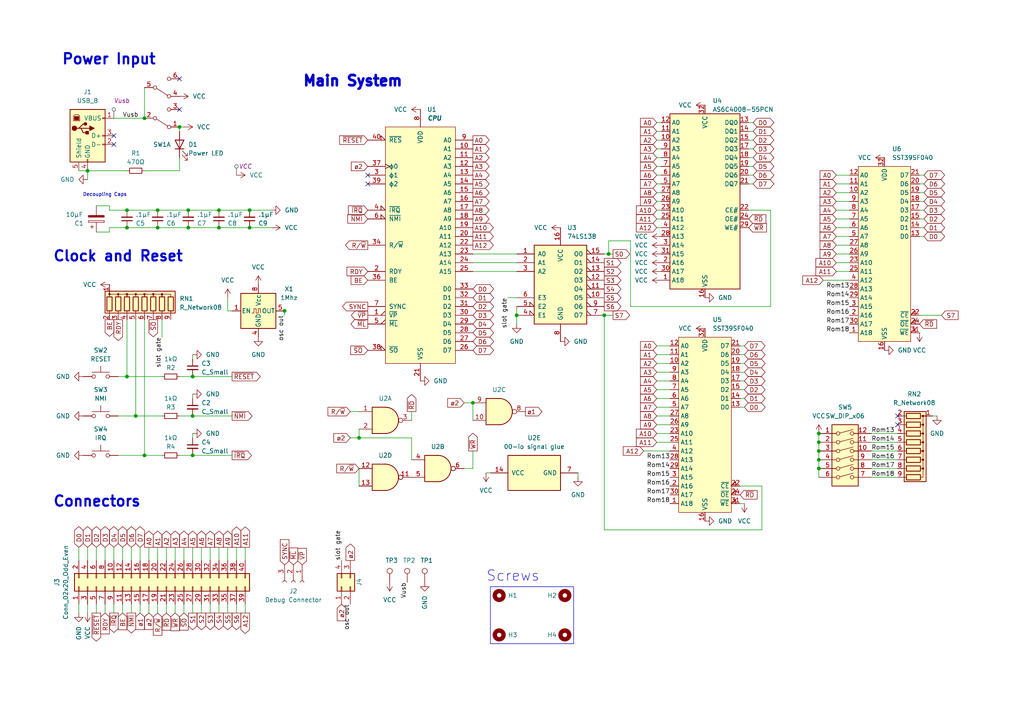
<source format=kicad_sch>
(kicad_sch (version 20230121) (generator eeschema)
  (paper "A4")
  (title_block (title "MinFox") (rev "1a"))
  (junction (at 176.53 73.66))
  (junction (at 45.72 60.96))
  (junction (at 63.5 60.96))
  (junction (at 82.55 90.17))
  (junction (at 104.14 127))
  (junction (at 72.39 66.04))
  (junction (at 237.49 135.89))
  (junction (at 54.61 60.96))
  (junction (at 237.49 128.27))
  (junction (at 237.49 133.35))
  (junction (at 52.07 36.83))
  (junction (at 25.4 49.53))
  (junction (at 41.91 132.08))
  (junction (at 55.88 120.65))
  (junction (at 55.88 132.08))
  (junction (at 63.5 66.04))
  (junction (at 36.83 60.96))
  (junction (at 54.61 66.04))
  (junction (at 36.83 66.04))
  (junction (at 72.39 60.96))
  (junction (at 55.88 109.22))
  (junction (at 36.83 109.22))
  (junction (at 175.26 91.44))
  (junction (at 237.49 125.73))
  (junction (at 149.86 91.44))
  (junction (at 41.91 34.29))
  (junction (at 237.49 130.81))
  (junction (at 39.37 120.65))
  (junction (at 137.16 116.84))
  (junction (at 45.72 66.04))
  (no_connect (at 33.02 39.37))
  (no_connect (at 33.02 41.91))
  (no_connect (at 52.07 22.86))
  (no_connect (at 106.68 53.34))
  (no_connect (at 52.07 31.75))
  (no_connect (at 260.35 120.65))
  (no_connect (at 106.68 50.8))
  (no_connect (at 260.35 123.19))
  (wire (pts (xy 215.9 105.41) (xy 214.63 105.41)))
  (wire (pts (xy 43.18 158.75) (xy 43.18 162.56)))
  (wire (pts (xy 63.5 177.8) (xy 63.5 175.26)))
  (wire (pts (xy 190.5 113.03) (xy 194.31 113.03)))
  (wire (pts (xy 22.86 177.8) (xy 22.86 175.26)))
  (wire (pts (xy 215.9 115.57) (xy 214.63 115.57)))
  (wire (pts (xy 237.49 133.35) (xy 237.49 135.89)))
  (wire (pts (xy 190.5 63.5) (xy 191.77 63.5)))
  (wire (pts (xy 252.73 135.89) (xy 260.35 135.89)))
  (wire (pts (xy 27.94 177.8) (xy 27.94 175.26)))
  (wire (pts (xy 31.75 59.69) (xy 31.75 60.96)))
  (wire (pts (xy 237.49 130.81) (xy 237.49 133.35)))
  (wire (pts (xy 41.91 49.53) (xy 52.07 49.53)))
  (wire (pts (xy 190.5 123.19) (xy 194.31 123.19)))
  (wire (pts (xy 35.56 177.8) (xy 35.56 175.26)))
  (wire (pts (xy 190.5 107.95) (xy 194.31 107.95)))
  (wire (pts (xy 215.9 107.95) (xy 214.63 107.95)))
  (wire (pts (xy 218.44 35.56) (xy 217.17 35.56)))
  (wire (pts (xy 242.57 50.8) (xy 246.38 50.8)))
  (wire (pts (xy 223.52 60.96) (xy 223.52 88.9)))
  (wire (pts (xy 60.96 158.75) (xy 60.96 162.56)))
  (wire (pts (xy 55.88 102.87) (xy 55.88 104.14)))
  (wire (pts (xy 147.32 86.36) (xy 149.86 86.36)))
  (wire (pts (xy 167.64 138.43) (xy 167.64 137.16)))
  (wire (pts (xy 63.5 60.96) (xy 72.39 60.96)))
  (wire (pts (xy 137.16 78.74) (xy 149.86 78.74)))
  (wire (pts (xy 190.5 43.18) (xy 191.77 43.18)))
  (wire (pts (xy 175.26 91.44) (xy 175.26 153.67)))
  (wire (pts (xy 52.07 45.72) (xy 52.07 49.53)))
  (wire (pts (xy 137.16 116.84) (xy 137.16 121.92)))
  (wire (pts (xy 252.73 128.27) (xy 260.35 128.27)))
  (wire (pts (xy 38.1 158.75) (xy 38.1 162.56)))
  (wire (pts (xy 52.07 109.22) (xy 55.88 109.22)))
  (wire (pts (xy 48.26 177.8) (xy 48.26 175.26)))
  (wire (pts (xy 38.1 177.8) (xy 38.1 175.26)))
  (wire (pts (xy 27.94 67.31) (xy 31.75 67.31)))
  (wire (pts (xy 242.57 55.88) (xy 246.38 55.88)))
  (wire (pts (xy 190.5 60.96) (xy 191.77 60.96)))
  (wire (pts (xy 190.5 100.33) (xy 194.31 100.33)))
  (wire (pts (xy 215.9 100.33) (xy 214.63 100.33)))
  (wire (pts (xy 35.56 158.75) (xy 35.56 162.56)))
  (wire (pts (xy 53.34 158.75) (xy 53.34 162.56)))
  (wire (pts (xy 39.37 120.65) (xy 46.99 120.65)))
  (wire (pts (xy 267.97 60.96) (xy 266.7 60.96)))
  (wire (pts (xy 55.88 125.73) (xy 55.88 127)))
  (wire (pts (xy 31.75 67.31) (xy 31.75 66.04)))
  (wire (pts (xy 34.29 120.65) (xy 39.37 120.65)))
  (wire (pts (xy 22.86 49.53) (xy 25.4 49.53)))
  (wire (pts (xy 220.98 140.97) (xy 220.98 153.67)))
  (wire (pts (xy 78.74 60.96) (xy 72.39 60.96)))
  (wire (pts (xy 190.5 55.88) (xy 191.77 55.88)))
  (wire (pts (xy 190.5 53.34) (xy 191.77 53.34)))
  (wire (pts (xy 242.57 63.5) (xy 246.38 63.5)))
  (wire (pts (xy 190.5 128.27) (xy 194.31 128.27)))
  (wire (pts (xy 33.02 177.8) (xy 33.02 175.26)))
  (wire (pts (xy 119.38 119.38) (xy 119.38 121.92)))
  (wire (pts (xy 215.9 146.05) (xy 214.63 146.05)))
  (wire (pts (xy 66.04 86.36) (xy 66.04 90.17)))
  (wire (pts (xy 45.72 60.96) (xy 54.61 60.96)))
  (wire (pts (xy 31.75 59.69) (xy 27.94 59.69)))
  (wire (pts (xy 30.48 158.75) (xy 30.48 162.56)))
  (wire (pts (xy 267.97 55.88) (xy 266.7 55.88)))
  (wire (pts (xy 238.76 81.28) (xy 246.38 81.28)))
  (wire (pts (xy 266.7 91.44) (xy 273.05 91.44)))
  (wire (pts (xy 31.75 66.04) (xy 36.83 66.04)))
  (wire (pts (xy 55.88 158.75) (xy 55.88 162.56)))
  (wire (pts (xy 104.14 135.89) (xy 104.14 140.97)))
  (wire (pts (xy 45.72 66.04) (xy 54.61 66.04)))
  (wire (pts (xy 52.07 36.83) (xy 53.34 36.83)))
  (wire (pts (xy 58.42 158.75) (xy 58.42 162.56)))
  (wire (pts (xy 137.16 76.2) (xy 149.86 76.2)))
  (wire (pts (xy 218.44 45.72) (xy 217.17 45.72)))
  (wire (pts (xy 237.49 135.89) (xy 237.49 138.43)))
  (wire (pts (xy 190.5 45.72) (xy 191.77 45.72)))
  (wire (pts (xy 223.52 88.9) (xy 182.88 88.9)))
  (wire (pts (xy 55.88 120.65) (xy 67.31 120.65)))
  (wire (pts (xy 48.26 158.75) (xy 48.26 162.56)))
  (wire (pts (xy 101.6 119.38) (xy 104.14 119.38)))
  (wire (pts (xy 45.72 158.75) (xy 45.72 162.56)))
  (wire (pts (xy 137.16 73.66) (xy 149.86 73.66)))
  (wire (pts (xy 242.57 66.04) (xy 246.38 66.04)))
  (wire (pts (xy 25.4 177.8) (xy 25.4 175.26)))
  (wire (pts (xy 267.97 66.04) (xy 266.7 66.04)))
  (wire (pts (xy 175.26 91.44) (xy 177.8 91.44)))
  (wire (pts (xy 242.57 53.34) (xy 246.38 53.34)))
  (wire (pts (xy 36.83 66.04) (xy 45.72 66.04)))
  (wire (pts (xy 218.44 38.1) (xy 217.17 38.1)))
  (wire (pts (xy 271.78 120.65) (xy 270.51 120.65)))
  (wire (pts (xy 267.97 53.34) (xy 266.7 53.34)))
  (wire (pts (xy 134.62 116.84) (xy 137.16 116.84)))
  (wire (pts (xy 119.38 127) (xy 119.38 133.35)))
  (wire (pts (xy 52.07 132.08) (xy 55.88 132.08)))
  (wire (pts (xy 66.04 158.75) (xy 66.04 162.56)))
  (wire (pts (xy 242.57 58.42) (xy 246.38 58.42)))
  (wire (pts (xy 71.12 158.75) (xy 71.12 162.56)))
  (wire (pts (xy 237.49 125.73) (xy 237.49 128.27)))
  (wire (pts (xy 55.88 109.22) (xy 67.31 109.22)))
  (wire (pts (xy 252.73 133.35) (xy 260.35 133.35)))
  (wire (pts (xy 41.91 25.4) (xy 41.91 34.29)))
  (wire (pts (xy 104.14 127) (xy 119.38 127)))
  (wire (pts (xy 190.5 66.04) (xy 191.77 66.04)))
  (wire (pts (xy 190.5 105.41) (xy 194.31 105.41)))
  (wire (pts (xy 33.02 158.75) (xy 33.02 162.56)))
  (wire (pts (xy 220.98 153.67) (xy 175.26 153.67)))
  (wire (pts (xy 218.44 40.64) (xy 217.17 40.64)))
  (wire (pts (xy 190.5 120.65) (xy 194.31 120.65)))
  (wire (pts (xy 215.9 113.03) (xy 214.63 113.03)))
  (wire (pts (xy 137.16 135.89) (xy 134.62 135.89)))
  (wire (pts (xy 27.94 158.75) (xy 27.94 162.56)))
  (wire (pts (xy 252.73 130.81) (xy 260.35 130.81)))
  (wire (pts (xy 252.73 125.73) (xy 260.35 125.73)))
  (wire (pts (xy 190.5 58.42) (xy 191.77 58.42)))
  (wire (pts (xy 33.02 34.29) (xy 41.91 34.29)))
  (wire (pts (xy 25.4 49.53) (xy 36.83 49.53)))
  (wire (pts (xy 25.4 158.75) (xy 25.4 162.56)))
  (wire (pts (xy 149.86 91.44) (xy 149.86 93.98)))
  (wire (pts (xy 30.48 177.8) (xy 30.48 175.26)))
  (wire (pts (xy 58.42 177.8) (xy 58.42 175.26)))
  (wire (pts (xy 242.57 78.74) (xy 246.38 78.74)))
  (wire (pts (xy 267.97 68.58) (xy 266.7 68.58)))
  (wire (pts (xy 66.04 90.17) (xy 67.31 90.17)))
  (wire (pts (xy 50.8 158.75) (xy 50.8 162.56)))
  (wire (pts (xy 82.55 90.17) (xy 82.55 91.44)))
  (wire (pts (xy 43.18 177.8) (xy 43.18 175.26)))
  (wire (pts (xy 176.53 73.66) (xy 177.8 73.66)))
  (wire (pts (xy 217.17 60.96) (xy 223.52 60.96)))
  (wire (pts (xy 80.01 90.17) (xy 82.55 90.17)))
  (wire (pts (xy 190.5 50.8) (xy 191.77 50.8)))
  (wire (pts (xy 190.5 48.26) (xy 191.77 48.26)))
  (wire (pts (xy 242.57 73.66) (xy 246.38 73.66)))
  (wire (pts (xy 190.5 38.1) (xy 191.77 38.1)))
  (wire (pts (xy 186.69 130.81) (xy 194.31 130.81)))
  (wire (pts (xy 36.83 92.71) (xy 36.83 109.22)))
  (wire (pts (xy 71.12 177.8) (xy 71.12 175.26)))
  (wire (pts (xy 63.5 158.75) (xy 63.5 162.56)))
  (wire (pts (xy 190.5 110.49) (xy 194.31 110.49)))
  (wire (pts (xy 215.9 110.49) (xy 214.63 110.49)))
  (wire (pts (xy 215.9 102.87) (xy 214.63 102.87)))
  (wire (pts (xy 218.44 53.34) (xy 217.17 53.34)))
  (wire (pts (xy 214.63 140.97) (xy 220.98 140.97)))
  (wire (pts (xy 242.57 60.96) (xy 246.38 60.96)))
  (wire (pts (xy 182.88 88.9) (xy 182.88 69.85)))
  (wire (pts (xy 22.86 158.75) (xy 22.86 162.56)))
  (wire (pts (xy 36.83 60.96) (xy 45.72 60.96)))
  (wire (pts (xy 242.57 76.2) (xy 246.38 76.2)))
  (wire (pts (xy 190.5 115.57) (xy 194.31 115.57)))
  (wire (pts (xy 175.26 73.66) (xy 176.53 73.66)))
  (wire (pts (xy 218.44 50.8) (xy 217.17 50.8)))
  (wire (pts (xy 53.34 177.8) (xy 53.34 175.26)))
  (wire (pts (xy 41.91 92.71) (xy 41.91 132.08)))
  (wire (pts (xy 149.86 88.9) (xy 149.86 91.44)))
  (wire (pts (xy 46.99 97.79) (xy 46.99 92.71)))
  (wire (pts (xy 176.53 69.85) (xy 176.53 73.66)))
  (wire (pts (xy 40.64 158.75) (xy 40.64 162.56)))
  (wire (pts (xy 267.97 58.42) (xy 266.7 58.42)))
  (wire (pts (xy 242.57 68.58) (xy 246.38 68.58)))
  (wire (pts (xy 45.72 177.8) (xy 45.72 175.26)))
  (wire (pts (xy 190.5 125.73) (xy 194.31 125.73)))
  (wire (pts (xy 63.5 66.04) (xy 72.39 66.04)))
  (wire (pts (xy 78.74 66.04) (xy 72.39 66.04)))
  (wire (pts (xy 34.29 109.22) (xy 36.83 109.22)))
  (wire (pts (xy 104.14 127) (xy 101.6 127)))
  (wire (pts (xy 55.88 177.8) (xy 55.88 175.26)))
  (wire (pts (xy 39.37 92.71) (xy 39.37 120.65)))
  (wire (pts (xy 52.07 36.83) (xy 52.07 38.1)))
  (wire (pts (xy 50.8 177.8) (xy 50.8 175.26)))
  (wire (pts (xy 267.97 50.8) (xy 266.7 50.8)))
  (wire (pts (xy 68.58 158.75) (xy 68.58 162.56)))
  (wire (pts (xy 137.16 130.81) (xy 137.16 135.89)))
  (wire (pts (xy 25.4 49.53) (xy 25.4 52.07)))
  (wire (pts (xy 182.88 69.85) (xy 176.53 69.85)))
  (wire (pts (xy 190.5 102.87) (xy 194.31 102.87)))
  (wire (pts (xy 34.29 132.08) (xy 41.91 132.08)))
  (wire (pts (xy 60.96 177.8) (xy 60.96 175.26)))
  (wire (pts (xy 68.58 177.8) (xy 68.58 175.26)))
  (wire (pts (xy 54.61 60.96) (xy 63.5 60.96)))
  (wire (pts (xy 190.5 35.56) (xy 191.77 35.56)))
  (wire (pts (xy 190.5 118.11) (xy 194.31 118.11)))
  (wire (pts (xy 55.88 114.3) (xy 55.88 115.57)))
  (wire (pts (xy 252.73 138.43) (xy 260.35 138.43)))
  (wire (pts (xy 55.88 132.08) (xy 67.31 132.08)))
  (wire (pts (xy 215.9 118.11) (xy 214.63 118.11)))
  (wire (pts (xy 218.44 48.26) (xy 217.17 48.26)))
  (wire (pts (xy 267.97 63.5) (xy 266.7 63.5)))
  (wire (pts (xy 66.04 177.8) (xy 66.04 175.26)))
  (wire (pts (xy 218.44 43.18) (xy 217.17 43.18)))
  (wire (pts (xy 104.14 124.46) (xy 104.14 127)))
  (wire (pts (xy 54.61 66.04) (xy 63.5 66.04)))
  (wire (pts (xy 41.91 132.08) (xy 46.99 132.08)))
  (wire (pts (xy 40.64 177.8) (xy 40.64 175.26)))
  (wire (pts (xy 140.97 137.16) (xy 142.24 137.16)))
  (wire (pts (xy 237.49 128.27) (xy 237.49 130.81)))
  (wire (pts (xy 242.57 71.12) (xy 246.38 71.12)))
  (wire (pts (xy 31.75 60.96) (xy 36.83 60.96)))
  (wire (pts (xy 36.83 109.22) (xy 46.99 109.22)))
  (wire (pts (xy 52.07 120.65) (xy 55.88 120.65)))
  (wire (pts (xy 190.5 40.64) (xy 191.77 40.64)))
  (rectangle (start 142.24 170.18) (end 166.37 186.69))
  (text "Clock and Reset" (at 15.24 76.2 0) (effects (font (size 3 3) (thickness 0.6) bold) (justify left bottom)))
  (text "Main System\n" (at 87.63 25.4 0) (effects (font (size 3 3) (thickness 1.2) bold) (justify left bottom)))
  (text "Screws" (at 140.97 168.91 0) (effects (font (size 3 3)) (justify left bottom)))
  (text "Decoupling Caps" (at 36.83 57.15 0) (effects (font (size 1 1)) (justify right bottom)))
  (text "Power Input" (at 17.78 19.05 0) (effects (font (size 3 3) (thickness 0.6) bold) (justify left bottom)))
  (text "Connectors\n" (at 15.24 147.32 0) (effects (font (size 3 3) (thickness 0.6) bold) (justify left bottom)))
  (label "Rom18" (at 246.38 96.52 180))
  (label "slot gate" (at 147.32 86.36 270))
  (label "Rom15" (at 246.38 88.9 180))
  (label "Rom17" (at 194.31 143.51 180))
  (label "Rom14" (at 194.31 135.89 180))
  (label "Rom18" (at 252.73 138.43 0))
  (label "Rom16" (at 252.73 133.35 0))
  (label "slot gate" (at 99.06 162.56 90))
  (label "Rom15" (at 252.73 130.81 0))
  (label "Rom16" (at 194.31 140.97 180))
  (label "Rom13" (at 194.31 133.35 180))
  (label "Rom16" (at 246.38 91.44 180))
  (label "Rom13" (at 252.73 125.73 0))
  (label "osc out" (at 101.6 175.26 270))
  (label "Rom13" (at 246.38 83.82 180))
  (label "Vusb" (at 118.11 168.91 270))
  (label "osc out" (at 82.55 91.44 270))
  (label "slot gate" (at 46.99 97.79 270))
  (label "Rom14" (at 252.73 128.27 0))
  (label "Rom17" (at 246.38 93.98 180))
  (label "Rom18" (at 194.31 146.05 180))
  (label "Vusb" (at 35.56 34.29 0))
  (label "Rom15" (at 194.31 138.43 180))
  (label "Rom17" (at 252.73 135.89 0))
  (label "Rom14" (at 246.38 86.36 180))
  (global_label "R{slash}~{W}" (shape input) (at 101.6 119.38 180) (property "Intersheetrefs" "${INTERSHEET_REFS}" (effects hide)))
  (global_label "~{RESET}" (shape input) (at 106.68 40.64 180) (property "Intersheetrefs" "${INTERSHEET_REFS}" (effects hide)))
  (global_label "A12" (shape input) (at 190.5 66.04 180) (property "Intersheetrefs" "${INTERSHEET_REFS}" (effects hide)))
  (global_label "S3" (shape output) (at 175.26 81.28 0) (property "Intersheetrefs" "${INTERSHEET_REFS}" (effects hide)))
  (global_label "~{NMI}" (shape output) (at 67.31 120.65 0) (property "Intersheetrefs" "${INTERSHEET_REFS}" (effects hide)))
  (global_label "A1" (shape output) (at 45.72 158.75 90) (property "Intersheetrefs" "${INTERSHEET_REFS}" (effects hide)))
  (global_label "~{RD}" (shape output) (at 119.38 119.38 90) (property "Intersheetrefs" "${INTERSHEET_REFS}" (effects hide)))
  (global_label "A0" (shape input) (at 190.5 35.56 180) (property "Intersheetrefs" "${INTERSHEET_REFS}" (effects hide)))
  (global_label "S1" (shape output) (at 175.26 76.2 0) (property "Intersheetrefs" "${INTERSHEET_REFS}" (effects hide)))
  (global_label "S6" (shape output) (at 175.26 88.9 0) (property "Intersheetrefs" "${INTERSHEET_REFS}" (effects hide)))
  (global_label "R{slash}~{W}" (shape input) (at 45.72 177.8 270) (property "Intersheetrefs" "${INTERSHEET_REFS}" (effects hide)))
  (global_label "A6" (shape input) (at 190.5 115.57 180) (property "Intersheetrefs" "${INTERSHEET_REFS}" (effects hide)))
  (global_label "ø2" (shape input) (at 101.6 127 180) (property "Intersheetrefs" "${INTERSHEET_REFS}" (effects hide)))
  (global_label "A9" (shape input) (at 190.5 58.42 180) (property "Intersheetrefs" "${INTERSHEET_REFS}" (effects hide)))
  (global_label "S7" (shape input) (at 273.05 91.44 0) (property "Intersheetrefs" "${INTERSHEET_REFS}" (effects hide)))
  (global_label "~{NMI}" (shape input) (at 106.68 63.5 180) (property "Intersheetrefs" "${INTERSHEET_REFS}" (effects hide)))
  (global_label "~{SO}" (shape input) (at 53.34 177.8 270) (property "Intersheetrefs" "${INTERSHEET_REFS}" (effects hide)))
  (global_label "D0" (shape bidirectional) (at 218.44 35.56 0) (property "Intersheetrefs" "${INTERSHEET_REFS}" (effects hide)))
  (global_label "A4" (shape input) (at 190.5 45.72 180) (property "Intersheetrefs" "${INTERSHEET_REFS}" (effects hide)))
  (global_label "D7" (shape bidirectional) (at 40.64 158.75 90) (property "Intersheetrefs" "${INTERSHEET_REFS}" (effects hide)))
  (global_label "D3" (shape bidirectional) (at 215.9 110.49 0) (property "Intersheetrefs" "${INTERSHEET_REFS}" (effects hide)))
  (global_label "A2" (shape input) (at 190.5 40.64 180) (property "Intersheetrefs" "${INTERSHEET_REFS}" (effects hide)))
  (global_label "A4" (shape input) (at 242.57 60.96 180) (property "Intersheetrefs" "${INTERSHEET_REFS}" (effects hide)))
  (global_label "S1" (shape output) (at 55.88 177.8 270) (property "Intersheetrefs" "${INTERSHEET_REFS}" (effects hide)))
  (global_label "A6" (shape output) (at 58.42 158.75 90) (property "Intersheetrefs" "${INTERSHEET_REFS}" (effects hide)))
  (global_label "ø2" (shape input) (at 134.62 116.84 180) (property "Intersheetrefs" "${INTERSHEET_REFS}" (effects hide)))
  (global_label "A3" (shape output) (at 137.16 48.26 0) (property "Intersheetrefs" "${INTERSHEET_REFS}" (effects hide)))
  (global_label "S3" (shape output) (at 60.96 177.8 270) (property "Intersheetrefs" "${INTERSHEET_REFS}" (effects hide)))
  (global_label "A5" (shape output) (at 55.88 158.75 90) (property "Intersheetrefs" "${INTERSHEET_REFS}" (effects hide)))
  (global_label "ø2" (shape output) (at 101.6 162.56 90) (property "Intersheetrefs" "${INTERSHEET_REFS}" (effects hide)))
  (global_label "~{IRQ}" (shape input) (at 106.68 60.96 180) (property "Intersheetrefs" "${INTERSHEET_REFS}" (effects hide)))
  (global_label "S5" (shape output) (at 175.26 86.36 0) (property "Intersheetrefs" "${INTERSHEET_REFS}" (effects hide)))
  (global_label "A12" (shape input) (at 186.69 130.81 180) (property "Intersheetrefs" "${INTERSHEET_REFS}" (effects hide)))
  (global_label "D5" (shape bidirectional) (at 218.44 48.26 0) (property "Intersheetrefs" "${INTERSHEET_REFS}" (effects hide)))
  (global_label "~{RD}" (shape input) (at 217.17 63.5 0) (property "Intersheetrefs" "${INTERSHEET_REFS}" (effects hide)))
  (global_label "A11" (shape output) (at 137.16 68.58 0) (property "Intersheetrefs" "${INTERSHEET_REFS}" (effects hide)))
  (global_label "BE" (shape input) (at 106.68 81.28 180) (property "Intersheetrefs" "${INTERSHEET_REFS}" (effects hide)))
  (global_label "A8" (shape input) (at 190.5 55.88 180) (property "Intersheetrefs" "${INTERSHEET_REFS}" (effects hide)))
  (global_label "D5" (shape bidirectional) (at 35.56 158.75 90) (property "Intersheetrefs" "${INTERSHEET_REFS}" (effects hide)))
  (global_label "~{WR}" (shape input) (at 50.8 177.8 270) (property "Intersheetrefs" "${INTERSHEET_REFS}" (effects hide)))
  (global_label "A8" (shape input) (at 242.57 71.12 180) (property "Intersheetrefs" "${INTERSHEET_REFS}" (effects hide)))
  (global_label "A0" (shape output) (at 43.18 158.75 90) (property "Intersheetrefs" "${INTERSHEET_REFS}" (effects hide)))
  (global_label "D0" (shape bidirectional) (at 215.9 118.11 0) (property "Intersheetrefs" "${INTERSHEET_REFS}" (effects hide)))
  (global_label "A0" (shape input) (at 190.5 100.33 180) (property "Intersheetrefs" "${INTERSHEET_REFS}" (effects hide)))
  (global_label "D2" (shape bidirectional) (at 137.16 88.9 0) (property "Intersheetrefs" "${INTERSHEET_REFS}" (effects hide)))
  (global_label "D7" (shape bidirectional) (at 267.97 50.8 0) (property "Intersheetrefs" "${INTERSHEET_REFS}" (effects hide)))
  (global_label "A10" (shape output) (at 137.16 66.04 0) (property "Intersheetrefs" "${INTERSHEET_REFS}" (effects hide)))
  (global_label "A1" (shape output) (at 137.16 43.18 0) (property "Intersheetrefs" "${INTERSHEET_REFS}" (effects hide)))
  (global_label "D7" (shape bidirectional) (at 215.9 100.33 0) (property "Intersheetrefs" "${INTERSHEET_REFS}" (effects hide)))
  (global_label "A10" (shape output) (at 68.58 158.75 90) (property "Intersheetrefs" "${INTERSHEET_REFS}" (effects hide)))
  (global_label "D6" (shape bidirectional) (at 137.16 99.06 0) (property "Intersheetrefs" "${INTERSHEET_REFS}" (effects hide)))
  (global_label "A7" (shape input) (at 242.57 68.58 180) (property "Intersheetrefs" "${INTERSHEET_REFS}" (effects hide)))
  (global_label "A9" (shape input) (at 242.57 73.66 180) (property "Intersheetrefs" "${INTERSHEET_REFS}" (effects hide)))
  (global_label "A1" (shape input) (at 190.5 38.1 180) (property "Intersheetrefs" "${INTERSHEET_REFS}" (effects hide)))
  (global_label "A12" (shape output) (at 71.12 177.8 270) (property "Intersheetrefs" "${INTERSHEET_REFS}" (effects hide)))
  (global_label "A7" (shape input) (at 190.5 118.11 180) (property "Intersheetrefs" "${INTERSHEET_REFS}" (effects hide)))
  (global_label "D4" (shape bidirectional) (at 33.02 158.75 90) (property "Intersheetrefs" "${INTERSHEET_REFS}" (effects hide)))
  (global_label "D1" (shape bidirectional) (at 218.44 38.1 0) (property "Intersheetrefs" "${INTERSHEET_REFS}" (effects hide)))
  (global_label "A10" (shape input) (at 190.5 60.96 180) (property "Intersheetrefs" "${INTERSHEET_REFS}" (effects hide)))
  (global_label "A5" (shape input) (at 242.57 63.5 180) (property "Intersheetrefs" "${INTERSHEET_REFS}" (effects hide)))
  (global_label "BE" (shape input) (at 35.56 177.8 270) (property "Intersheetrefs" "${INTERSHEET_REFS}" (effects hide)))
  (global_label "D6" (shape bidirectional) (at 267.97 53.34 0) (property "Intersheetrefs" "${INTERSHEET_REFS}" (effects hide)))
  (global_label "A2" (shape input) (at 190.5 105.41 180) (property "Intersheetrefs" "${INTERSHEET_REFS}" (effects hide)))
  (global_label "R{slash}~{W}" (shape input) (at 104.14 135.89 180) (property "Intersheetrefs" "${INTERSHEET_REFS}" (effects hide)))
  (global_label "A4" (shape output) (at 53.34 158.75 90) (property "Intersheetrefs" "${INTERSHEET_REFS}" (effects hide)))
  (global_label "A7" (shape output) (at 60.96 158.75 90) (property "Intersheetrefs" "${INTERSHEET_REFS}" (effects hide)))
  (global_label "S7" (shape output) (at 177.8 91.44 0) (property "Intersheetrefs" "${INTERSHEET_REFS}" (effects hide)))
  (global_label "S4" (shape output) (at 175.26 83.82 0) (property "Intersheetrefs" "${INTERSHEET_REFS}" (effects hide)))
  (global_label "~{RD}" (shape input) (at 214.63 143.51 0) (property "Intersheetrefs" "${INTERSHEET_REFS}" (effects hide)))
  (global_label "~{ML}" (shape input) (at 85.09 163.83 90) (property "Intersheetrefs" "${INTERSHEET_REFS}" (effects hide)))
  (global_label "A11" (shape input) (at 242.57 78.74 180) (property "Intersheetrefs" "${INTERSHEET_REFS}" (effects hide)))
  (global_label "~{RESET}" (shape output) (at 67.31 109.22 0) (property "Intersheetrefs" "${INTERSHEET_REFS}" (effects hide)))
  (global_label "D5" (shape bidirectional) (at 267.97 55.88 0) (property "Intersheetrefs" "${INTERSHEET_REFS}" (effects hide)))
  (global_label "D0" (shape bidirectional) (at 267.97 68.58 0) (property "Intersheetrefs" "${INTERSHEET_REFS}" (effects hide)))
  (global_label "S5" (shape output) (at 66.04 177.8 270) (property "Intersheetrefs" "${INTERSHEET_REFS}" (effects hide)))
  (global_label "S2" (shape output) (at 175.26 78.74 0) (property "Intersheetrefs" "${INTERSHEET_REFS}" (effects hide)))
  (global_label "A7" (shape input) (at 190.5 53.34 180) (property "Intersheetrefs" "${INTERSHEET_REFS}" (effects hide)))
  (global_label "A8" (shape input) (at 190.5 120.65 180) (property "Intersheetrefs" "${INTERSHEET_REFS}" (effects hide)))
  (global_label "A2" (shape input) (at 242.57 55.88 180) (property "Intersheetrefs" "${INTERSHEET_REFS}" (effects hide)))
  (global_label "D1" (shape bidirectional) (at 137.16 86.36 0) (property "Intersheetrefs" "${INTERSHEET_REFS}" (effects hide)))
  (global_label "D2" (shape bidirectional) (at 27.94 158.75 90) (property "Intersheetrefs" "${INTERSHEET_REFS}" (effects hide)))
  (global_label "A5" (shape input) (at 190.5 113.03 180) (property "Intersheetrefs" "${INTERSHEET_REFS}" (effects hide)))
  (global_label "~{WR}" (shape output) (at 137.16 130.81 90) (property "Intersheetrefs" "${INTERSHEET_REFS}" (effects hide)))
  (global_label "D6" (shape bidirectional) (at 215.9 102.87 0) (property "Intersheetrefs" "${INTERSHEET_REFS}" (effects hide)))
  (global_label "ø1" (shape output) (at 152.4 119.38 0) (property "Intersheetrefs" "${INTERSHEET_REFS}" (effects hide)))
  (global_label "A9" (shape output) (at 66.04 158.75 90) (property "Intersheetrefs" "${INTERSHEET_REFS}" (effects hide)))
  (global_label "A0" (shape output) (at 137.16 40.64 0) (property "Intersheetrefs" "${INTERSHEET_REFS}" (effects hide)))
  (global_label "D4" (shape bidirectional) (at 218.44 45.72 0) (property "Intersheetrefs" "${INTERSHEET_REFS}" (effects hide)))
  (global_label "BE" (shape output) (at 31.75 92.71 270) (property "Intersheetrefs" "${INTERSHEET_REFS}" (effects hide)))
  (global_label "D4" (shape bidirectional) (at 137.16 93.98 0) (property "Intersheetrefs" "${INTERSHEET_REFS}" (effects hide)))
  (global_label "A6" (shape input) (at 190.5 50.8 180) (property "Intersheetrefs" "${INTERSHEET_REFS}" (effects hide)))
  (global_label "D7" (shape bidirectional) (at 218.44 53.34 0) (property "Intersheetrefs" "${INTERSHEET_REFS}" (effects hide)))
  (global_label "D1" (shape bidirectional) (at 215.9 115.57 0) (property "Intersheetrefs" "${INTERSHEET_REFS}" (effects hide)))
  (global_label "A10" (shape input) (at 190.5 125.73 180) (property "Intersheetrefs" "${INTERSHEET_REFS}" (effects hide)))
  (global_label "ø2" (shape input) (at 43.18 177.8 270) (property "Intersheetrefs" "${INTERSHEET_REFS}" (effects hide)))
  (global_label "A1" (shape input) (at 190.5 102.87 180) (property "Intersheetrefs" "${INTERSHEET_REFS}" (effects hide)))
  (global_label "A9" (shape output) (at 137.16 63.5 0) (property "Intersheetrefs" "${INTERSHEET_REFS}" (effects hide)))
  (global_label "A6" (shape output) (at 137.16 55.88 0) (property "Intersheetrefs" "${INTERSHEET_REFS}" (effects hide)))
  (global_label "D0" (shape bidirectional) (at 137.16 83.82 0) (property "Intersheetrefs" "${INTERSHEET_REFS}" (effects hide)))
  (global_label "A5" (shape output) (at 137.16 53.34 0) (property "Intersheetrefs" "${INTERSHEET_REFS}" (effects hide)))
  (global_label "ø1" (shape input) (at 40.64 177.8 270) (property "Intersheetrefs" "${INTERSHEET_REFS}" (effects hide)))
  (global_label "SYNC" (shape output) (at 106.68 88.9 180) (property "Intersheetrefs" "${INTERSHEET_REFS}" (effects hide)))
  (global_label "S4" (shape output) (at 63.5 177.8 270) (property "Intersheetrefs" "${INTERSHEET_REFS}" (effects hide)))
  (global_label "A3" (shape output) (at 50.8 158.75 90) (property "Intersheetrefs" "${INTERSHEET_REFS}" (effects hide)))
  (global_label "RDY" (shape input) (at 30.48 177.8 270) (property "Intersheetrefs" "${INTERSHEET_REFS}" (effects hide)))
  (global_label "ø2" (shape input) (at 99.06 175.26 270) (property "Intersheetrefs" "${INTERSHEET_REFS}" (effects hide)))
  (global_label "D4" (shape bidirectional) (at 267.97 58.42 0) (property "Intersheetrefs" "${INTERSHEET_REFS}" (effects hide)))
  (global_label "A2" (shape output) (at 137.16 45.72 0) (property "Intersheetrefs" "${INTERSHEET_REFS}" (effects hide)))
  (global_label "A7" (shape output) (at 137.16 58.42 0) (property "Intersheetrefs" "${INTERSHEET_REFS}" (effects hide)))
  (global_label "D2" (shape bidirectional) (at 267.97 63.5 0) (property "Intersheetrefs" "${INTERSHEET_REFS}" (effects hide)))
  (global_label "D3" (shape bidirectional) (at 267.97 60.96 0) (property "Intersheetrefs" "${INTERSHEET_REFS}" (effects hide)))
  (global_label "A3" (shape input) (at 190.5 43.18 180) (property "Intersheetrefs" "${INTERSHEET_REFS}" (effects hide)))
  (global_label "D7" (shape bidirectional) (at 137.16 101.6 0) (property "Intersheetrefs" "${INTERSHEET_REFS}" (effects hide)))
  (global_label "~{VP}" (shape output) (at 106.68 91.44 180) (property "Intersheetrefs" "${INTERSHEET_REFS}" (effects hide)))
  (global_label "S6" (shape output) (at 68.58 177.8 270) (property "Intersheetrefs" "${INTERSHEET_REFS}" (effects hide)))
  (global_label "D5" (shape bidirectional) (at 137.16 96.52 0) (property "Intersheetrefs" "${INTERSHEET_REFS}" (effects hide)))
  (global_label "A11" (shape input) (at 190.5 63.5 180) (property "Intersheetrefs" "${INTERSHEET_REFS}" (effects hide)))
  (global_label "A4" (shape output) (at 137.16 50.8 0) (property "Intersheetrefs" "${INTERSHEET_REFS}" (effects hide)))
  (global_label "D4" (shape bidirectional) (at 215.9 107.95 0) (property "Intersheetrefs" "${INTERSHEET_REFS}" (effects hide)))
  (global_label "A10" (shape input) (at 242.57 76.2 180) (property "Intersheetrefs" "${INTERSHEET_REFS}" (effects hide)))
  (global_label "~{WR}" (shape input) (at 217.17 66.04 0) (property "Intersheetrefs" "${INTERSHEET_REFS}" (effects hide)))
  (global_label "D0" (shape bidirectional) (at 22.86 158.75 90) (property "Intersheetrefs" "${INTERSHEET_REFS}" (effects hide)))
  (global_label "~{RD}" (shape input) (at 48.26 177.8 270) (property "Intersheetrefs" "${INTERSHEET_REFS}" (effects hide)))
  (global_label "D3" (shape bidirectional) (at 30.48 158.75 90) (property "Intersheetrefs" "${INTERSHEET_REFS}" (effects hide)))
  (global_label "RDY" (shape input) (at 106.68 78.74 180) (property "Intersheetrefs" "${INTERSHEET_REFS}" (effects hide)))
  (global_label "D5" (shape bidirectional) (at 215.9 105.41 0) (property "Intersheetrefs" "${INTERSHEET_REFS}" (effects hide)))
  (global_label "A3" (shape input) (at 190.5 107.95 180) (property "Intersheetrefs" "${INTERSHEET_REFS}" (effects hide)))
  (global_label "A2" (shape output) (at 48.26 158.75 90) (property "Intersheetrefs" "${INTERSHEET_REFS}" (effects hide)))
  (global_label "D6" (shape bidirectional) (at 218.44 50.8 0) (property "Intersheetrefs" "${INTERSHEET_REFS}" (effects hide)))
  (global_label "~{IRQ}" (shape output) (at 33.02 177.8 270) (property "Intersheetrefs" "${INTERSHEET_REFS}" (effects hide)))
  (global_label "A0" (shape input) (at 242.57 50.8 180) (property "Intersheetrefs" "${INTERSHEET_REFS}" (effects hide)))
  (global_label "D2" (shape bidirectional) (at 215.9 113.03 0) (property "Intersheetrefs" "${INTERSHEET_REFS}" (effects hide)))
  (global_label "~{VP}" (shape input) (at 87.63 163.83 90) (property "Intersheetrefs" "${INTERSHEET_REFS}" (effects hide)))
  (global_label "~{NMI}" (shape output) (at 38.1 177.8 270) (property "Intersheetrefs" "${INTERSHEET_REFS}" (effects hide)))
  (global_label "A6" (shape input) (at 242.57 66.04 180) (property "Intersheetrefs" "${INTERSHEET_REFS}" (effects hide)))
  (global_label "A3" (shape input) (at 242.57 58.42 180) (property "Intersheetrefs" "${INTERSHEET_REFS}" (effects hide)))
  (global_label "RDY" (shape output) (at 34.29 92.71 270) (property "Intersheetrefs" "${INTERSHEET_REFS}" (effects hide)))
  (global_label "D3" (shape bidirectional) (at 218.44 43.18 0) (property "Intersheetrefs" "${INTERSHEET_REFS}" (effects hide)))
  (global_label "R{slash}~{W}" (shape output) (at 106.68 71.12 180) (property "Intersheetrefs" "${INTERSHEET_REFS}" (effects hide)))
  (global_label "A4" (shape input) (at 190.5 110.49 180) (property "Intersheetrefs" "${INTERSHEET_REFS}" (effects hide)))
  (global_label "D3" (shape bidirectional) (at 137.16 91.44 0) (property "Intersheetrefs" "${INTERSHEET_REFS}" (effects hide)))
  (global_label "A8" (shape output) (at 137.16 60.96 0) (property "Intersheetrefs" "${INTERSHEET_REFS}" (effects hide)))
  (global_label "~{SO}" (shape input) (at 106.68 101.6 180) (property "Intersheetrefs" "${INTERSHEET_REFS}" (effects hide)))
  (global_label "A12" (shape input) (at 238.76 81.28 180) (property "Intersheetrefs" "${INTERSHEET_REFS}" (effects hide)))
  (global_label "~{IRQ}" (shape output) (at 67.31 132.08 0) (property "Intersheetrefs" "${INTERSHEET_REFS}" (effects hide)))
  (global_label "D1" (shape bidirectional) (at 25.4 158.75 90) (property "Intersheetrefs" "${INTERSHEET_REFS}" (effects hide)))
  (global_label "A8" (shape output) (at 63.5 158.75 90) (property "Intersheetrefs" "${INTERSHEET_REFS}" (effects hide)))
  (global_label "A12" (shape output) (at 137.16 71.12 0) (property "Intersheetrefs" "${INTERSHEET_REFS}" (effects hide)))
  (global_label "A5" (shape input) (at 190.5 48.26 180) (property "Intersheetrefs" "${INTERSHEET_REFS}" (effects hide)))
  (global_label "S0" (shape output) (at 177.8 73.66 0) (property "Intersheetrefs" "${INTERSHEET_REFS}" (effects hide)))
  (global_label "SYNC" (shape input) (at 82.55 163.83 90) (property "Intersheetrefs" "${INTERSHEET_REFS}" (effects hide)))
  (global_label "A1" (shape input) (at 242.57 53.34 180) (property "Intersheetrefs" "${INTERSHEET_REFS}" (effects hide)))
  (global_label "D2" (shape bidirectional) (at 218.44 40.64 0) (property "Intersheetrefs" "${INTERSHEET_REFS}" (effects hide)))
  (global_label "~{RESET}" (shape output) (at 27.94 177.8 270) (property "Intersheetrefs" "${INTERSHEET_REFS}" (effects hide)))
  (global_label "~{RD}" (shape input) (at 266.7 93.98 0) (property "Intersheetrefs" "${INTERSHEET_REFS}" (effects hide)))
  (global_label "~{SO}" (shape output) (at 44.45 92.71 270) (property "Intersheetrefs" "${INTERSHEET_REFS}" (effects hide)))
  (global_label "ø2" (shape input) (at 106.68 48.26 180) (property "Intersheetrefs" "${INTERSHEET_REFS}" (effects hide)))
  (global_label "S2" (shape output) (at 58.42 177.8 270) (property "Intersheetrefs" "${INTERSHEET_REFS}" (effects hide)))
  (global_label "A11" (shape input) (at 190.5 128.27 180) (property "Intersheetrefs" "${INTERSHEET_REFS}" (effects hide)))
  (global_label "D1" (shape bidirectional) (at 267.97 66.04 0) (property "Intersheetrefs" "${INTERSHEET_REFS}" (effects hide)))
  (global_label "D6" (shape bidirectional) (at 38.1 158.75 90) (property "Intersheetrefs" "${INTERSHEET_REFS}" (effects hide)))
  (global_label "A9" (shape input) (at 190.5 123.19 180) (property "Intersheetrefs" "${INTERSHEET_REFS}" (effects hide)))
  (global_label "~{ML}" (shape output) (at 106.68 93.98 180) (property "Intersheetrefs" "${INTERSHEET_REFS}" (effects hide)))
  (global_label "A11" (shape output) (at 71.12 158.75 90) (property "Intersheetrefs" "${INTERSHEET_REFS}" (effects hide)))
  (netclass_flag "" (length 2.54) (shape round) (at 33.02 34.29 0) (property "Netclass" "Vusb" (at 33.02 29.21 0) (effects (font italic) (justify left))))
  (netclass_flag "" (length 2.54) (shape round) (at 68.58 50.8 0) (property "Netclass" "VCC" (at 69.2785 48.26 0) (effects (font italic) (justify left))))
  (symbol (lib_id "power:VCC") (at 68.58 50.8 270) (mirror x) (unit 1)
    (property "Reference" "#PWR040" (effects hide))
    (property "Value" "VCC" (at 72.39 50.8 90) (effects (justify left)))
  )
  (symbol (lib_id "power:VCC") (at 204.47 30.48 90) (mirror x) (unit 1)
    (property "Reference" "#PWR017" (effects hide))
    (property "Value" "VCC" (at 200.66 30.48 90) (effects (justify left)))
  )
  (symbol (lib_id "power:VCC") (at 191.77 68.58 90) (unit 1)
    (property "Reference" "#PWR020" (effects hide))
    (property "Value" "VCC" (at 187.96 68.58 90) (effects (justify left)))
  )
  (symbol (lib_id "power:VCC") (at 25.4 177.8 180) (unit 1)
    (property "Reference" "#PWR013" (effects hide))
    (property "Value" "VCC" (at 25.4 181.61 90) (effects (justify left)))
  )
  (symbol (lib_id "power:VCC") (at 140.97 137.16 180) (unit 1)
    (property "Reference" "#PWR016" (effects hide))
    (property "Value" "VCC" (at 140.97 142.24 0))
  )
  (symbol (lib_id "Device:C_Small") (at 63.5 63.5 0) (mirror x) (unit 1)
    (property "Reference" "C8" (at 66.04 64.7637 0) (effects (justify left)))
    (property "Value" ".1µF" (at 66.04 62.2237 0) (effects (justify left)))
    (property "Footprint" "Capacitor_THT:C_Disc_D3.0mm_W1.6mm_P2.50mm" (effects hide))
  )
  (symbol (lib_id "74xx:74HC00") (at 127 135.89 0) (unit 2)
    (property "Reference" "U2" (at 126.9917 129.54 0))
    (property "Value" "00-io signal glue" (effects hide))
    (property "Footprint" "Package_DIP:DIP-14_W7.62mm_Socket" (effects hide))
    (property "Datasheet" "http://www.ti.com/lit/gpn/sn74hc00" (effects hide))
  )
  (symbol (lib_id "Device:C_Small") (at 55.88 129.54 0) (unit 1)
    (property "Reference" "C4" (at 58.42 128.2763 0) (effects (justify left)))
    (property "Value" "C_Small" (at 58.42 130.8163 0) (effects (justify left)))
    (property "Footprint" "Capacitor_THT:C_Disc_D3.0mm_W1.6mm_P2.50mm" (effects hide))
  )
  (symbol (lib_id "Device:R_Small") (at 49.53 132.08 270) (unit 1)
    (property "Reference" "R4" (at 49.53 129.54 90))
    (property "Value" "1kΩ" (at 49.53 127 90))
    (property "Footprint" "Resistor_THT:R_Axial_DIN0204_L3.6mm_D1.6mm_P7.62mm_Horizontal" (effects hide))
  )
  (symbol (lib_id "power:GND") (at 204.47 86.36 90) (mirror x) (unit 1)
    (property "Reference" "#PWR037" (effects hide))
    (property "Value" "GND" (at 208.28 86.36 90) (effects (justify right)))
  )
  (symbol (lib_id "Switch:SW_DPDT_x2") (at 46.99 34.29 0) (mirror x) (unit 1)
    (property "Reference" "SW1" (at 46.99 41.91 0))
    (property "Value" "SW_DPDT_x2" (effects hide))
    (property "Footprint" "Button_Switch_THT:SW_CuK_JS202011AQN_DPDT_Angled" (effects hide))
  )
  (symbol (lib_id "power:GND") (at 149.86 93.98 0) (unit 1)
    (property "Reference" "#PWR010" (effects hide))
    (property "Value" "GND" (at 149.86 99.06 0))
  )
  (symbol (lib_id "Connector_Generic:Conn_02x02_Counter_Clockwise") (at 99.06 170.18 90) (unit 1)
    (property "Reference" "J4" (at 104.14 167.64 0) (effects (justify right)))
    (property "Value" "Conn_02x02_Counter_Clockwise" (effects hide))
    (property "Footprint" "Connector_PinHeader_2.54mm:PinHeader_2x02_P2.54mm_Vertical" (effects hide))
  )
  (symbol (lib_id "Mechanical:MountingHole") (at 144.78 172.72 0) (unit 1)
    (property "Reference" "H1" (at 147.32 172.72 0) (effects (justify left)))
    (property "Value" "MountingHole" (effects hide))
    (property "Footprint" "MountingHole:MountingHole_3.2mm_M3" (effects hide))
  )
  (symbol (lib_id "Switch:SW_Push") (at 29.21 120.65 0) (unit 1)
    (property "Reference" "SW3" (at 29.21 113.03 0))
    (property "Value" "NMI" (at 29.21 115.57 0))
    (property "Footprint" "Button_Switch_THT:SW_PUSH_6mm" (effects hide))
  )
  (symbol (lib_id "Switch:SW_DIP_x06") (at 245.11 133.35 0) (unit 1)
    (property "Reference" "SW5" (at 245.11 118.11 0))
    (property "Value" "SW_DIP_x06" (at 245.11 120.65 0))
    (property "Footprint" "Button_Switch_THT:SW_DIP_SPSTx06_Slide_6.7x16.8mm_W7.62mm_P2.54mm_LowProfile" (effects hide))
  )
  (symbol (lib_id "Mechanical:MountingHole") (at 163.83 172.72 0) (unit 1)
    (property "Reference" "H2" (at 158.75 172.72 0) (effects (justify left)))
    (property "Value" "MountingHole" (effects hide))
    (property "Footprint" "MountingHole:MountingHole_3.2mm_M3" (effects hide))
  )
  (symbol (lib_id "Device:LED") (at 52.07 41.91 90) (unit 1)
    (property "Reference" "D1" (at 54.61 41.91 90) (effects (justify right)))
    (property "Value" "Power LED" (at 54.61 44.45 90) (effects (justify right)))
    (property "Footprint" "LED_THT:LED_D5.0mm" (effects hide))
  )
  (symbol (lib_id "Connector:Conn_01x03_Socket") (at 85.09 168.91 270) (unit 1)
    (property "Reference" "J2" (at 85.09 171.45 90))
    (property "Value" "Debug Connector" (at 85.09 173.99 90))
    (property "Footprint" "Connector_PinSocket_2.54mm:PinSocket_1x03_P2.54mm_Vertical" (effects hide))
  )
  (symbol (lib_id "Switch:SW_Push") (at 29.21 132.08 0) (unit 1)
    (property "Reference" "SW4" (at 29.21 124.46 0))
    (property "Value" "IRQ" (at 29.21 127 0))
    (property "Footprint" "Button_Switch_THT:SW_PUSH_6mm" (effects hide))
  )
  (symbol (lib_id "Device:C_Small") (at 55.88 106.68 0) (unit 1)
    (property "Reference" "C3" (at 58.42 105.4163 0) (effects (justify left)))
    (property "Value" "C_Small" (at 58.42 107.9563 0) (effects (justify left)))
    (property "Footprint" "Capacitor_THT:C_Disc_D3.0mm_W1.6mm_P2.50mm" (effects hide))
  )
  (symbol (lib_id "power:GND") (at 271.78 120.65 0) (mirror y) (unit 1)
    (property "Reference" "#PWR023" (effects hide))
    (property "Value" "GND" (at 271.78 125.73 0))
  )
  (symbol (lib_id "74xx:74HC00") (at 154.94 137.16 90) (unit 5)
    (property "Reference" "U2" (at 154.94 127 90))
    (property "Value" "00-io signal glue" (at 154.94 129.54 90))
    (property "Footprint" "Package_DIP:DIP-14_W7.62mm_Socket" (effects hide))
    (property "Datasheet" "http://www.ti.com/lit/gpn/sn74hc00" (effects hide))
  )
  (symbol (lib_id "power:GND") (at 24.13 109.22 270) (unit 1)
    (property "Reference" "#PWR011" (effects hide))
    (property "Value" "GND" (at 20.32 109.22 90) (effects (justify right)))
  )
  (symbol (lib_id "power:VCC") (at 74.93 82.55 0) (unit 1)
    (property "Reference" "#PWR04" (effects hide))
    (property "Value" "VCC" (at 74.93 77.47 0))
  )
  (symbol (lib_id "power:VCC") (at 31.75 82.55 90) (unit 1)
    (property "Reference" "#PWR036" (effects hide))
    (property "Value" "VCC" (at 27.94 82.55 90) (effects (justify left)))
  )
  (symbol (lib_id "Switch:SW_Push") (at 29.21 109.22 0) (unit 1)
    (property "Reference" "SW2" (at 29.21 101.6 0))
    (property "Value" "RESET" (at 29.21 104.14 0))
    (property "Footprint" "Button_Switch_THT:SW_PUSH_6mm" (effects hide))
  )
  (symbol (lib_id "power:VCC") (at 191.77 76.2 90) (unit 1)
    (property "Reference" "#PWR026" (effects hide))
    (property "Value" "VCC" (at 187.96 76.2 90) (effects (justify left)))
  )
  (symbol (lib_id "power:VCC") (at 204.47 95.25 90) (unit 1)
    (property "Reference" "#PWR025" (effects hide))
    (property "Value" "VCC" (at 200.66 95.25 90) (effects (justify left)))
  )
  (symbol (lib_id "Device:C_Small") (at 36.83 63.5 0) (mirror x) (unit 1)
    (property "Reference" "C5" (at 39.37 64.7637 0) (effects (justify left)))
    (property "Value" ".1µF" (at 39.37 62.2237 0) (effects (justify left)))
    (property "Footprint" "Capacitor_THT:C_Disc_D3.0mm_W1.6mm_P2.50mm" (effects hide))
  )
  (symbol (lib_id "power:VCC") (at 52.07 27.94 270) (unit 1)
    (property "Reference" "#PWR018" (effects hide))
    (property "Value" "VCC" (at 55.88 27.94 90) (effects (justify left)))
  )
  (symbol (lib_id "power:VCC") (at 66.04 86.36 0) (unit 1)
    (property "Reference" "#PWR05" (effects hide))
    (property "Value" "VCC" (at 66.04 81.28 0))
  )
  (symbol (lib_id "74xx:74HC00") (at 111.76 121.92 0) (unit 1)
    (property "Reference" "U2" (at 111.7517 115.57 0))
    (property "Value" "00-io signal glue" (effects hide))
    (property "Footprint" "Package_DIP:DIP-14_W7.62mm_Socket" (effects hide))
    (property "Datasheet" "http://www.ti.com/lit/gpn/sn74hc00" (effects hide))
  )
  (symbol (lib_id "power:VCC") (at 78.74 66.04 270) (mirror x) (unit 1)
    (property "Reference" "#PWR014" (effects hide))
    (property "Value" "VCC" (at 82.55 66.04 90) (effects (justify left)))
  )
  (symbol (lib_id "74xx:74HC00") (at 144.78 119.38 0) (unit 3)
    (property "Reference" "U2" (at 144.7717 113.03 0))
    (property "Value" "00-io signal glue" (effects hide))
    (property "Footprint" "Package_DIP:DIP-14_W7.62mm_Socket" (effects hide))
    (property "Datasheet" "http://www.ti.com/lit/gpn/sn74hc00" (effects hide))
  )
  (symbol (lib_id "power:GND") (at 24.13 132.08 270) (unit 1)
    (property "Reference" "#PWR028" (effects hide))
    (property "Value" "GND" (at 20.32 132.08 90) (effects (justify right)))
  )
  (symbol (lib_id "power:GND") (at 24.13 120.65 270) (unit 1)
    (property "Reference" "#PWR027" (effects hide))
    (property "Value" "GND" (at 20.32 120.65 90) (effects (justify right)))
  )
  (symbol (lib_id "Mechanical:MountingHole") (at 163.83 184.15 0) (unit 1)
    (property "Reference" "H4" (at 158.75 184.15 0) (effects (justify left)))
    (property "Value" "MountingHole" (effects hide))
    (property "Footprint" "MountingHole:MountingHole_3.2mm_M3" (effects hide))
  )
  (symbol (lib_id "Connector_Generic:Conn_02x20_Odd_Even") (at 45.72 170.18 90) (unit 1)
    (property "Reference" "J3" (at 16.51 168.91 0))
    (property "Value" "Conn_02x20_Odd_Even" (at 19.05 168.91 0))
    (property "Footprint" "Connector_PinSocket_2.54mm:PinSocket_2x20_P2.54mm_Vertical" (effects hide))
  )
  (symbol (lib_id "power:GND") (at 25.4 52.07 270) (unit 1)
    (property "Reference" "#PWR02" (effects hide))
    (property "Value" "GND" (at 21.59 52.07 90) (effects (justify right)))
  )
  (symbol (lib_id "power:GND") (at 162.56 99.06 90) (unit 1)
    (property "Reference" "#PWR08" (effects hide))
    (property "Value" "GND" (at 166.37 99.06 90) (effects (justify right)))
  )
  (symbol (lib_id "Connector:TestPoint") (at 123.19 168.91 0) (unit 1)
    (property "Reference" "TP1" (at 121.92 162.56 0) (effects (justify left)))
    (property "Value" "GND" (effects hide))
    (property "Footprint" "TestPoint:TestPoint_Pad_D2.0mm" (effects hide))
  )
  (symbol (lib_id "power:GND") (at 204.47 151.13 90) (mirror x) (unit 1)
    (property "Reference" "#PWR024" (effects hide))
    (property "Value" "GND" (at 208.28 151.13 90) (effects (justify right)))
  )
  (symbol (lib_id "power:GND") (at 22.86 177.8 0) (unit 1)
    (property "Reference" "#PWR033" (effects hide))
    (property "Value" "GND" (at 22.86 181.61 90) (effects (justify right)))
  )
  (symbol (lib_id "Memory_Lib:SST39SF040") (at 248.92 99.06 0) (unit 1)
    (property "Reference" "U6" (at 258.7341 43.18 0) (effects (justify left)))
    (property "Value" "SST39SF040" (at 258.7341 45.72 0) (effects (justify left)))
    (property "Footprint" "PCM_Package_LCC_AKL:PLCC-32_THT-Socket" (effects hide))
    (property "Datasheet" "https://ww1.microchip.com/downloads/aemDocuments/documents/OTH/ProductDocuments/DataSheets/20005022C.pdf" (effects hide))
  )
  (symbol (lib_id "power:VCC") (at 113.03 168.91 180) (unit 1)
    (property "Reference" "#PWR038" (effects hide))
    (property "Value" "VCC" (at 113.03 173.99 0))
  )
  (symbol (lib_id "Device:C_Small") (at 55.88 118.11 0) (unit 1)
    (property "Reference" "C2" (at 58.42 116.8463 0) (effects (justify left)))
    (property "Value" "C_Small" (at 58.42 119.3863 0) (effects (justify left)))
    (property "Footprint" "Capacitor_THT:C_Disc_D3.0mm_W1.6mm_P2.50mm" (effects hide))
  )
  (symbol (lib_id "power:GND") (at 78.74 60.96 90) (mirror x) (unit 1)
    (property "Reference" "#PWR029" (effects hide))
    (property "Value" "GND" (at 82.55 60.96 90) (effects (justify right)))
  )
  (symbol (lib_id "Switch:SW_DPDT_x2") (at 46.99 25.4 0) (mirror x) (unit 2)
    (property "Reference" "SW1" (effects hide))
    (property "Value" "SW_DPDT_x2" (effects hide))
    (property "Footprint" "Button_Switch_THT:SW_CuK_JS202011AQN_DPDT_Angled" (effects hide))
  )
  (symbol (lib_id "Device:R_Network08") (at 41.91 87.63 0) (unit 1)
    (property "Reference" "RN1" (at 52.07 86.614 0) (effects (justify left)))
    (property "Value" "R_Network08" (at 52.07 89.154 0) (effects (justify left)))
    (property "Footprint" "Resistor_THT:R_Array_SIP9" (effects hide))
    (property "Datasheet" "http://www.vishay.com/docs/31509/csc.pdf" (effects hide))
  )
  (symbol (lib_id "Device:C_Small") (at 54.61 63.5 0) (mirror x) (unit 1)
    (property "Reference" "C7" (at 57.15 64.7637 0) (effects (justify left)))
    (property "Value" ".1µF" (at 57.15 62.2237 0) (effects (justify left)))
    (property "Footprint" "Capacitor_THT:C_Disc_D3.0mm_W1.6mm_P2.50mm" (effects hide))
  )
  (symbol (lib_id "Memory_RAM:AS6C4008-55PCN") (at 204.47 58.42 0) (unit 1)
    (property "Reference" "U4" (at 206.6641 29.21 0) (effects (justify left)))
    (property "Value" "AS6C4008-55PCN" (at 206.6641 31.75 0) (effects (justify left)))
    (property "Footprint" "PCM_Package_DIP_AKL:DIP-32_W15.24mm_Socket" (effects hide))
    (property "Datasheet" "https://www.alliancememory.com/wp-content/uploads/pdf/AS6C4008.pdf" (effects hide))
  )
  (symbol (lib_id "power:VCC") (at 53.34 36.83 270) (unit 1)
    (property "Reference" "#PWR01" (effects hide))
    (property "Value" "VCC" (at 57.15 36.83 90) (effects (justify left)))
  )
  (symbol (lib_id "power:VCC") (at 191.77 78.74 90) (unit 1)
    (property "Reference" "#PWR034" (effects hide))
    (property "Value" "VCC" (at 187.96 78.74 90) (effects (justify left)))
  )
  (symbol (lib_id "Device:C_Small") (at 72.39 63.5 0) (mirror x) (unit 1)
    (property "Reference" "C9" (at 74.93 64.7637 0) (effects (justify left)))
    (property "Value" ".1µF" (at 74.93 62.2237 0) (effects (justify left)))
    (property "Footprint" "Capacitor_THT:C_Disc_D3.0mm_W1.6mm_P2.50mm" (effects hide))
  )
  (symbol (lib_id "Connector:TestPoint") (at 113.03 168.91 0) (unit 1)
    (property "Reference" "TP3" (at 111.76 162.56 0) (effects (justify left)))
    (property "Value" "Vcc" (effects hide))
    (property "Footprint" "TestPoint:TestPoint_Pad_D2.0mm" (effects hide))
  )
  (symbol (lib_id "Device:R_Network08") (at 265.43 130.81 270) (unit 1)
    (property "Reference" "RN2" (at 265.176 114.3 90))
    (property "Value" "R_Network08" (at 265.176 116.84 90))
    (property "Footprint" "Resistor_THT:R_Array_SIP9" (effects hide))
    (property "Datasheet" "http://www.vishay.com/docs/31509/csc.pdf" (effects hide))
  )
  (symbol (lib_id "Connector:TestPoint") (at 118.11 168.91 0) (unit 1)
    (property "Reference" "TP2" (at 116.84 162.56 0) (effects (justify left)))
    (property "Value" "Vusb" (effects hide))
    (property "Footprint" "TestPoint:TestPoint_Pad_D2.0mm" (effects hide))
  )
  (symbol (lib_id "power:GND") (at 123.19 168.91 0) (unit 1)
    (property "Reference" "#PWR039" (effects hide))
    (property "Value" "GND" (at 123.19 172.72 90) (effects (justify right)))
  )
  (symbol (lib_id "74xx:74LS138") (at 162.56 81.28 0) (unit 1)
    (property "Reference" "U3" (at 164.5159 66.04 0) (effects (justify left)))
    (property "Value" "74LS138" (at 164.5159 68.58 0) (effects (justify left)))
    (property "Footprint" "Package_DIP:DIP-16_W7.62mm_Socket" (effects hide))
    (property "Datasheet" "http://www.ti.com/lit/gpn/sn74LS138" (effects hide))
  )
  (symbol (lib_id "power:VCC") (at 162.56 66.04 90) (unit 1)
    (property "Reference" "#PWR09" (effects hide))
    (property "Value" "VCC" (at 158.75 66.04 90) (effects (justify left)))
  )
  (symbol (lib_id "Memory_Lib:SST39SF040") (at 196.85 148.59 0) (unit 1)
    (property "Reference" "U5" (at 206.6641 92.71 0) (effects (justify left)))
    (property "Value" "SST39SF040" (at 206.6641 95.25 0) (effects (justify left)))
    (property "Footprint" "PCM_Package_DIP_AKL:DIP-32_W15.24mm_Socket" (effects hide))
    (property "Datasheet" "https://ww1.microchip.com/downloads/aemDocuments/documents/OTH/ProductDocuments/DataSheets/20005022C.pdf" (effects hide))
  )
  (symbol (lib_id "power:GND") (at 167.64 138.43 0) (unit 1)
    (property "Reference" "#PWR015" (effects hide))
    (property "Value" "GND" (at 167.64 143.51 0))
  )
  (symbol (lib_id "Device:C_Small") (at 45.72 63.5 0) (mirror x) (unit 1)
    (property "Reference" "C6" (at 48.26 64.7637 0) (effects (justify left)))
    (property "Value" ".1µF" (at 48.26 62.2237 0) (effects (justify left)))
    (property "Footprint" "Capacitor_THT:C_Disc_D3.0mm_W1.6mm_P2.50mm" (effects hide))
  )
  (symbol (lib_id "power:GND") (at 74.93 97.79 0) (unit 1)
    (property "Reference" "#PWR03" (effects hide))
    (property "Value" "GND" (at 74.93 102.87 0))
  )
  (symbol (lib_id "power:GND") (at 55.88 114.3 90) (unit 1)
    (property "Reference" "#PWR031" (effects hide))
    (property "Value" "GND" (at 59.69 114.3 90) (effects (justify right)))
  )
  (symbol (lib_id "power:VCC") (at 266.7 96.52 180) (unit 1)
    (property "Reference" "#PWR043" (effects hide))
    (property "Value" "VCC" (at 266.7 101.6 0))
  )
  (symbol (lib_id "power:GND") (at 55.88 125.73 90) (unit 1)
    (property "Reference" "#PWR030" (effects hide))
    (property "Value" "GND" (at 59.69 125.73 90) (effects (justify right)))
  )
  (symbol (lib_id "power:VCC") (at 191.77 81.28 90) (unit 1)
    (property "Reference" "#PWR035" (effects hide))
    (property "Value" "VCC" (at 187.96 81.28 90) (effects (justify left)))
  )
  (symbol (lib_id "power:VCC") (at 237.49 125.73 0) (unit 1)
    (property "Reference" "#PWR041" (effects hide))
    (property "Value" "VCC" (at 237.49 120.65 0))
  )
  (symbol (lib_id "Device:R_Small") (at 39.37 49.53 90) (unit 1)
    (property "Reference" "R1" (at 39.37 44.45 90))
    (property "Value" "470Ω" (at 39.37 46.99 90))
    (property "Footprint" "Resistor_THT:R_Axial_DIN0204_L3.6mm_D1.6mm_P7.62mm_Horizontal" (effects hide))
  )
  (symbol (lib_id "Oscillator:CXO_DIP8") (at 74.93 90.17 0) (unit 1)
    (property "Reference" "X1" (at 83.82 83.82 0))
    (property "Value" "1Mhz" (at 83.82 86.36 0))
    (property "Footprint" "Oscillator:Oscillator_DIP-8" (effects hide))
    (property "Datasheet" "http://cdn-reichelt.de/documents/datenblatt/B400/OSZI.pdf" (effects hide))
  )
  (symbol (lib_id "Mechanical:MountingHole") (at 144.78 184.15 0) (unit 1)
    (property "Reference" "H3" (at 147.32 184.15 0) (effects (justify left)))
    (property "Value" "MountingHole" (effects hide))
    (property "Footprint" "MountingHole:MountingHole_3.2mm_M3" (effects hide))
  )
  (symbol (lib_id "power:VCC") (at 121.92 31.75 90) (unit 1)
    (property "Reference" "#PWR06" (effects hide))
    (property "Value" "VCC" (at 118.11 31.75 90) (effects (justify left)))
  )
  (symbol (lib_id "power:VCC") (at 191.77 71.12 90) (unit 1)
    (property "Reference" "#PWR019" (effects hide))
    (property "Value" "VCC" (at 187.96 71.12 90) (effects (justify left)))
  )
  (symbol (lib_id "Connector:USB_B") (at 25.4 39.37 0) (unit 1)
    (property "Reference" "J1" (at 25.4 26.67 0))
    (property "Value" "USB_B" (at 25.4 29.21 0))
    (property "Footprint" "Connector_USB:USB_B_OST_USB-B1HSxx_Horizontal" (effects hide))
    (property "Datasheet" " ~" (effects hide))
  )
  (symbol (lib_id "Device:R_Small") (at 49.53 120.65 270) (unit 1)
    (property "Reference" "R3" (at 49.53 118.11 90))
    (property "Value" "1kΩ" (at 49.53 115.57 90))
    (property "Footprint" "Resistor_THT:R_Axial_DIN0204_L3.6mm_D1.6mm_P7.62mm_Horizontal" (effects hide))
  )
  (symbol (lib_id "power:VCC") (at 215.9 146.05 180) (unit 1)
    (property "Reference" "#PWR042" (effects hide))
    (property "Value" "VCC" (at 215.9 151.13 0))
  )
  (symbol (lib_id "Device:C_Polarized") (at 27.94 63.5 0) (mirror x) (unit 1)
    (property "Reference" "C1" (at 21.59 64.77 0) (effects (justify left)))
    (property "Value" "10µF" (at 19.05 62.23 0) (effects (justify left)))
    (property "Footprint" "Capacitor_THT:CP_Radial_D4.0mm_P1.50mm" (effects hide))
  )
  (symbol (lib_id "Device:R_Small") (at 49.53 109.22 270) (unit 1)
    (property "Reference" "R2" (at 49.53 106.68 90))
    (property "Value" "1kΩ" (at 49.53 104.14 90))
    (property "Footprint" "Resistor_THT:R_Axial_DIN0204_L3.6mm_D1.6mm_P7.62mm_Horizontal" (effects hide))
  )
  (symbol (lib_id "65xx:W65C02SxP") (at 121.92 71.12 0) (unit 1)
    (property "Reference" "U1" (at 123.8759 31.75 0) (effects (justify left)))
    (property "Value" "CPU" (at 123.8759 34.29 0) (effects (font bold italic) (justify left)))
    (property "Footprint" "PCM_Package_DIP_AKL:DIP-40_W15.24mm_Socket" (effects hide))
    (property "Datasheet" "http://www.westerndesigncenter.com/wdc/documentation/w65c02s.pdf" (effects hide))
  )
  (symbol (lib_id "74xx:74HC00") (at 111.76 138.43 0) (unit 4)
    (property "Reference" "U2" (at 111.7517 132.08 0))
    (property "Value" "00-io signal glue" (effects hide))
    (property "Footprint" "Package_DIP:DIP-14_W7.62mm_Socket" (effects hide))
    (property "Datasheet" "http://www.ti.com/lit/gpn/sn74hc00" (effects hide))
  )
  (symbol (lib_id "power:VCC") (at 256.54 45.72 90) (unit 1)
    (property "Reference" "#PWR021" (effects hide))
    (property "Value" "VCC" (at 252.73 45.72 90) (effects (justify left)))
  )
  (symbol (lib_id "power:VCC") (at 191.77 73.66 90) (unit 1)
    (property "Reference" "#PWR012" (effects hide))
    (property "Value" "VCC" (at 187.96 73.66 90) (effects (justify left)))
  )
  (symbol (lib_id "power:GND") (at 256.54 101.6 90) (mirror x) (unit 1)
    (property "Reference" "#PWR022" (effects hide))
    (property "Value" "GND" (at 260.35 101.6 90) (effects (justify right)))
  )
  (symbol (lib_id "power:GND") (at 121.92 110.49 90) (unit 1)
    (property "Reference" "#PWR07" (effects hide))
    (property "Value" "GND" (at 125.73 110.49 90) (effects (justify right)))
  )
  (symbol (lib_id "power:GND") (at 55.88 102.87 90) (unit 1)
    (property "Reference" "#PWR032" (effects hide))
    (property "Value" "GND" (at 59.69 102.87 90) (effects (justify right)))
  )
)
</source>
